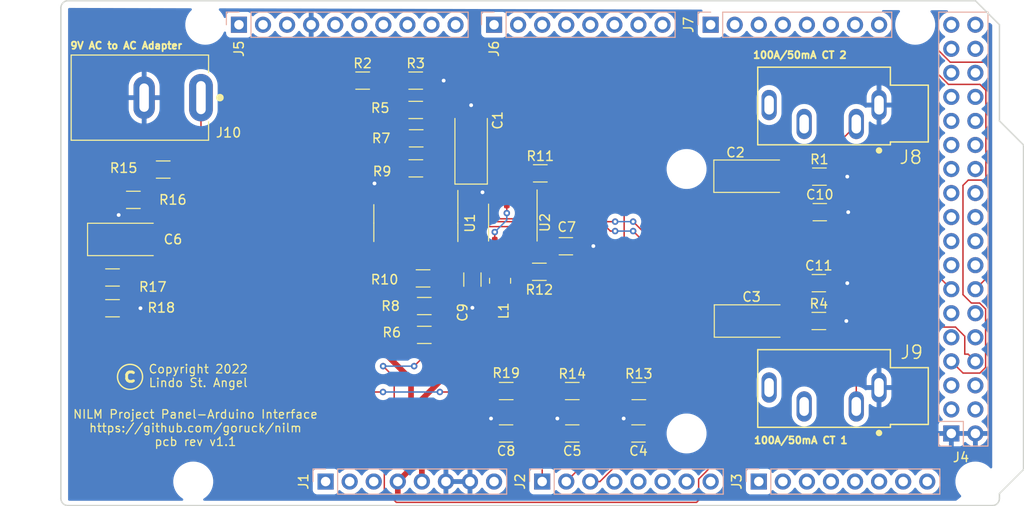
<source format=kicad_pcb>
(kicad_pcb (version 20221018) (generator pcbnew)
  (title_block (title "Panel to Arduino Interface") (date "2022-08-16") (rev "1.2") (company "Copyright 2022 Lindo St. Angel"))
  (layers (0 "F.Cu" signal) (31 "B.Cu" signal) (34 "B.Paste" user) (35 "F.Paste" user) (36 "B.SilkS" user "B.Silkscreen") (37 "F.SilkS" user "F.Silkscreen") (38 "B.Mask" user) (39 "F.Mask" user) (44 "Edge.Cuts" user))
  (net 0 "")
  (net 1 "GND")
  (net 2 "/*52")
  (net 3 "/53")
  (net 4 "/50")
  (net 5 "/51")
  (net 6 "/P2")
  (net 7 "/P1")
  (net 8 "/*46")
  (net 9 "/47")
  (net 10 "/*44")
  (net 11 "/*45")
  (net 12 "/42")
  (net 13 "/43")
  (net 14 "/40")
  (net 15 "/41")
  (net 16 "/38")
  (net 17 "/39")
  (net 18 "/36")
  (net 19 "/37")
  (net 20 "/34")
  (net 21 "/35")
  (net 22 "/32")
  (net 23 "/33")
  (net 24 "/30")
  (net 25 "/31")
  (net 26 "/28")
  (net 27 "/29")
  (net 28 "/26")
  (net 29 "/27")
  (net 30 "/24")
  (net 31 "/25")
  (net 32 "/22")
  (net 33 "/23")
  (net 34 "+5V")
  (net 35 "/IOREF")
  (net 36 "/A0")
  (net 37 "/A1")
  (net 38 "/A2")
  (net 39 "/A3")
  (net 40 "/A4")
  (net 41 "/A5")
  (net 42 "/A6")
  (net 43 "/A7")
  (net 44 "/A8")
  (net 45 "/A9")
  (net 46 "/A10")
  (net 47 "/A11")
  (net 48 "/A12")
  (net 49 "/A13")
  (net 50 "/A14")
  (net 51 "/A15")
  (net 52 "/AREF")
  (net 53 "/*13")
  (net 54 "/*12")
  (net 55 "/*11")
  (net 56 "/*10")
  (net 57 "/*9")
  (net 58 "/*8")
  (net 59 "/*7")
  (net 60 "/*6")
  (net 61 "/*5")
  (net 62 "/*4")
  (net 63 "/*3")
  (net 64 "/*2")
  (net 65 "/TX0{slash}1")
  (net 66 "/RX0{slash}0")
  (net 67 "+3V3")
  (net 68 "/TX3{slash}14")
  (net 69 "/RX3{slash}15")
  (net 70 "/TX2{slash}16")
  (net 71 "/RX2{slash}17")
  (net 72 "/TX1{slash}18")
  (net 73 "/RX1{slash}19")
  (net 74 "/SDA{slash}20")
  (net 75 "/SCL{slash}21")
  (net 76 "/VIN")
  (net 77 "Net-(C6-Pad1)")
  (net 78 "Net-(U2A-+)")
  (net 80 "Net-(U1E-VDD)")
  (net 81 "Net-(C2-Pad1)")
  (net 82 "Net-(C6-Pad2)")
  (net 83 "Net-(C3-Pad1)")
  (net 84 "/RESETB")
  (net 87 "/VAC")
  (net 88 "Net-(R5-Pad2)")
  (net 89 "Net-(R11-Pad2)")
  (net 90 "Net-(R6-Pad1)")
  (net 91 "Net-(R7-Pad2)")
  (net 92 "Net-(R10-Pad1)")
  (net 95 "Net-(U2A--)")
  (net 96 "Net-(U2B--)")
  (net 97 "Net-(R12-Pad2)")
  (net 98 "/48")
  (net 99 "/49")
  (footprint "Capacitor_SMD:C_1206_3216Metric_Pad1.33x1.80mm_HandSolder" (layer "F.Cu") (at 153.975 92.38 180)
    (fp_text reference "C5")
    (fp_text value "0.01uF")
  )
  (footprint "Capacitor_Tantalum_SMD:CP_EIA-6032-20_AVX-F_Pad2.25x2.35mm_HandSolder" (layer "F.Cu") (at 172.85 65.2)
    (fp_text reference "C2")
    (fp_text value "47uF")
  )
  (footprint "Capacitor_SMD:C_1206_3216Metric_Pad1.33x1.80mm_HandSolder" (layer "F.Cu") (at 153.3 72.6)
    (fp_text reference "C7")
    (fp_text value "0.1uF")
  )
  (footprint "Resistor_SMD:R_1206_3216Metric_Pad1.30x1.75mm_HandSolder" (layer "F.Cu") (at 150.5 75.3)
    (fp_text reference "R12")
    (fp_text value "475k")
  )
  (footprint "Resistor_SMD:R_1206_3216Metric_Pad1.30x1.75mm_HandSolder" (layer "F.Cu") (at 137.5 61.2 180)
    (fp_text reference "R7")
    (fp_text value "39.2k")
  )
  (footprint "Capacitor_Tantalum_SMD:CP_EIA-6032-20_AVX-F_Pad2.25x2.35mm_HandSolder" (layer "F.Cu") (at 172.9 80.5)
    (fp_text reference "C3")
    (fp_text value "47uF")
  )
  (footprint "Arduino_MountingHole:MountingHole_3.2mm" (layer "F.Cu") (at 196.52 97.46)
    (fp_text reference "MH6" hide)
    (fp_text value "MountingHole_3.2mm" hide)
  )
  (footprint "Package_SO:SOIC-14_3.9x8.7mm_P1.27mm" (layer "F.Cu") (at 137.465 70.155 -90)
    (fp_text reference "U1")
    (fp_text value "CD4066B")
  )
  (footprint "Resistor_SMD:R_1206_3216Metric_Pad1.30x1.75mm_HandSolder" (layer "F.Cu") (at 161 87.9)
    (fp_text reference "R13")
    (fp_text value "7.5k")
  )
  (footprint "Capacitor_SMD:C_1206_3216Metric_Pad1.33x1.80mm_HandSolder" (layer "F.Cu") (at 180 76.5)
    (fp_text reference "C11")
    (fp_text value "0.1uF")
  )
  (footprint "Capacitor_Tantalum_SMD:CP_EIA-6032-20_AVX-F_Pad2.25x2.35mm_HandSolder" (layer "F.Cu") (at 106.75 71.88)
    (fp_text reference "C6")
    (fp_text value "47uF")
  )
  (footprint "Inductor_SMD:L_1008_2520Metric_Pad1.43x2.20mm_HandSolder" (layer "F.Cu") (at 146.355 76.251 90)
    (fp_text reference "L1")
    (fp_text value "10uH")
  )
  (footprint "Resistor_SMD:R_1206_3216Metric_Pad1.30x1.75mm_HandSolder" (layer "F.Cu") (at 138.227 75.997)
    (fp_text reference "R10")
    (fp_text value "332k")
  )
  (footprint "Resistor_SMD:R_1206_3216Metric_Pad1.30x1.75mm_HandSolder" (layer "F.Cu") (at 153.975 87.9)
    (fp_text reference "R14")
    (fp_text value "7.5k")
  )
  (footprint "SJ1-3534N:CUI_SJ1-3534N" (layer "F.Cu") (at 186.35 57.6825 180)
    (fp_text reference "J8")
    (fp_text value "SJ1-3534N")
  )
  (footprint "Capacitor_SMD:C_1206_3216Metric_Pad1.33x1.80mm_HandSolder" (layer "F.Cu") (at 146.99 92.38 180)
    (fp_text reference "C8")
    (fp_text value "0.01uF")
  )
  (footprint "Capacitor_SMD:C_1206_3216Metric_Pad1.33x1.80mm_HandSolder" (layer "F.Cu") (at 180.1 69)
    (fp_text reference "C10")
    (fp_text value "0.1uF")
  )
  (footprint "Arduino_MountingHole:MountingHole_3.2mm" (layer "F.Cu") (at 115.24 49.2)
    (fp_text reference "MH1" hide)
    (fp_text value "MountingHole_3.2mm" hide)
  )
  (footprint "Package_SO:SOIC-8_3.9x4.9mm_P1.27mm" (layer "F.Cu") (at 147.7 70.1 -90)
    (fp_text reference "U2")
    (fp_text value "LMC6482")
  )
  (footprint "Resistor_SMD:R_1206_3216Metric_Pad1.30x1.75mm_HandSolder" (layer "F.Cu") (at 138.354 78.918)
    (fp_text reference "R8")
    (fp_text value "39.2k")
  )
  (footprint "Resistor_SMD:R_1206_3216Metric_Pad1.30x1.75mm_HandSolder" (layer "F.Cu") (at 131.85 55.1)
    (fp_text reference "R2")
    (fp_text value "1M")
  )
  (footprint "Resistor_SMD:R_1206_3216Metric_Pad1.30x1.75mm_HandSolder" (layer "F.Cu") (at 137.465 64.37)
    (fp_text reference "R9")
    (fp_text value "332k")
  )
  (footprint "Resistor_SMD:R_1206_3216Metric_Pad1.30x1.75mm_HandSolder" (layer "F.Cu") (at 110.8 64.5 180)
    (fp_text reference "R15")
    (fp_text value "7.5k")
  )
  (footprint "Resistor_SMD:R_1206_3216Metric_Pad1.30x1.75mm_HandSolder" (layer "F.Cu") (at 180.06 65.245)
    (fp_text reference "R1")
    (fp_text value "14")
  )
  (footprint "Resistor_SMD:R_1206_3216Metric_Pad1.30x1.75mm_HandSolder" (layer "F.Cu") (at 180 80.5)
    (fp_text reference "R4")
    (fp_text value "14")
  )
  (footprint "Resistor_SMD:R_1206_3216Metric_Pad1.30x1.75mm_HandSolder" (layer "F.Cu") (at 137.45 58.2 180)
    (fp_text reference "R5")
    (fp_text value "7.5k")
  )
  (footprint "Capacitor_Tantalum_SMD:CP_EIA-6032-20_AVX-F_Pad2.25x2.35mm_HandSolder" (layer "F.Cu") (at 143.3 62.1 90)
    (fp_text reference "C1")
    (fp_text value "10uF")
  )
  (footprint "Resistor_SMD:R_1206_3216Metric_Pad1.30x1.75mm_HandSolder" (layer "F.Cu") (at 107.65 67.7 180)
    (fp_text reference "R16")
    (fp_text value "523")
  )
  (footprint "Resistor_SMD:R_1206_3216Metric_Pad1.30x1.75mm_HandSolder" (layer "F.Cu") (at 147 87.9)
    (fp_text reference "R19")
    (fp_text value "7.5k")
  )
  (footprint "Resistor_SMD:R_1206_3216Metric_Pad1.30x1.75mm_HandSolder" (layer "F.Cu") (at 150.6 64.9)
    (fp_text reference "R11")
    (fp_text value "475k")
  )
  (footprint "Resistor_SMD:R_1206_3216Metric_Pad1.30x1.75mm_HandSolder" (layer "F.Cu") (at 105.45 79.15)
    (fp_text reference "R18")
    (fp_text value "7.5k")
  )
  (footprint "Resistor_SMD:R_1206_3216Metric_Pad1.30x1.75mm_HandSolder" (layer "F.Cu") (at 138.354 81.966)
    (fp_text reference "R6")
    (fp_text value "7.5k")
  )
  (footprint "Capacitor_SMD:C_1206_3216Metric_Pad1.33x1.80mm_HandSolder" (layer "F.Cu") (at 143.434 76.124 -90)
    (fp_text reference "C9")
    (fp_text value "0.1uF")
  )
  (footprint "PJ-037B:CUI_PJ-037B" (layer "F.Cu") (at 114.7875 56.9 180)
    (fp_text reference "J10")
    (fp_text value "PJ-037B")
  )
  (footprint "SJ1-3534N:CUI_SJ1-3534N" (layer "F.Cu") (at 186.35 87.5275 180)
    (fp_text reference "J9")
    (fp_text value "SJ1-3534N")
  )
  (footprint "Arduino_MountingHole:MountingHole_3.2mm" (layer "F.Cu") (at 113.97 97.46)
    (fp_text reference "MH2" hide)
    (fp_text value "MountingHole_3.2mm" hide)
  )
  (footprint "Resistor_SMD:R_1206_3216Metric_Pad1.30x1.75mm_HandSolder" (layer "F.Cu") (at 105.45 75.9 180)
    (fp_text reference "R17")
    (fp_text value "11.8k")
  )
  (footprint "Arduino_MountingHole:MountingHole_3.2mm" (layer "F.Cu") (at 166.04 64.44)
    (fp_text reference "MH3" hide)
    (fp_text value "MountingHole_3.2mm" hide)
  )
  (footprint "Arduino_MountingHole:MountingHole_3.2mm" (layer "F.Cu") (at 166.04 92.38)
    (fp_text reference "MH4" hide)
    (fp_text value "MountingHole_3.2mm" hide)
  )
  (footprint "Capacitor_SMD:C_1206_3216Metric_Pad1.33x1.80mm_HandSolder" (layer "F.Cu") (at 160.96 92.38 180)
    (fp_text reference "C4")
    (fp_text value "0.01uF")
  )
  (footprint "Resistor_SMD:R_1206_3216Metric_Pad1.30x1.75mm_HandSolder" (layer "F.Cu") (at 137.45 55.1)
    (fp_text reference "R3")
    (fp_text value "634k")
  )
  (footprint "Arduino_MountingHole:MountingHole_3.2mm" (layer "F.Cu") (at 190.17 49.2)
    (fp_text reference "MH5" hide)
    (fp_text value "MountingHole_3.2mm" hide)
  )
  (footprint "Connector_PinHeader_2.54mm:PinHeader_2x18_P2.54mm_Vertical" (layer "B.Cu") (at 193.98 92.38)
    (fp_text reference "J4")
    (fp_text value "Digital")
  )
  (footprint "Connector_PinHeader_2.54mm:PinHeader_1x08_P2.54mm_Vertical" (layer "B.Cu") (at 127.94 97.46 -90)
    (fp_text reference "J1")
    (fp_text value "Power")
  )
  (footprint "Connector_PinHeader_2.54mm:PinHeader_1x08_P2.54mm_Vertical" (layer "B.Cu") (at 150.8 97.46 -90)
    (fp_text reference "J2")
    (fp_text value "Analog")
  )
  (footprint "Connector_PinHeader_2.54mm:PinHeader_1x08_P2.54mm_Vertical" (layer "B.Cu") (at 173.66 97.46 -90)
    (fp_text reference "J3")
    (fp_text value "type=\"I\" model=\"Analog\" lib=\"\"")
  )
  (footprint "Connector_PinHeader_2.54mm:PinHeader_1x10_P2.54mm_Vertical" (layer "B.Cu") (at 118.796 49.2 -90)
    (fp_text reference "J5")
    (fp_text value "PWM")
  )
  (footprint "Connector_PinHeader_2.54mm:PinHeader_1x08_P2.54mm_Vertical" (layer "B.Cu") (at 145.72 49.2 -90)
    (fp_text reference "J6")
    (fp_text value "PWM")
  )
  (footprint "Connector_PinHeader_2.54mm:PinHeader_1x08_P2.54mm_Vertical" (layer "B.Cu") (at 168.58 49.2 -90)
    (fp_text reference "J7")
    (fp_text value "Communication")
  )
  (gr_circle (center 107.3 86.4) (end 108.623353 86.4) (stroke (width 0.15)) (fill none) (layer "F.SilkS"))
  (gr_line (start 199.06 59.36) (end 201.6 61.9) (stroke (width 0.15)) (layer "Edge.Cuts"))
  (gr_line (start 100 99.238) (end 100 47.422) (stroke (width 0.15)) (layer "Edge.Cuts"))
  (gr_line (start 201.6 61.9) (end 201.6 96.19) (stroke (width 0.15)) (layer "Edge.Cuts"))
  (gr_line (start 198.298 100) (end 100.762 100) (stroke (width 0.15)) (layer "Edge.Cuts"))
  (gr_line (start 100.762 46.66) (end 196.52 46.66) (stroke (width 0.15)) (layer "Edge.Cuts"))
  (gr_arc (start 100.762 100) (mid 100.223185 99.776815) (end 100 99.238) (stroke (width 0.15)) (layer "Edge.Cuts"))
  (gr_line (start 201.6 96.19) (end 199.06 98.73) (stroke (width 0.15)) (layer "Edge.Cuts"))
  (gr_line (start 196.52 46.66) (end 199.06 49.2) (stroke (width 0.15)) (layer "Edge.Cuts"))
  (gr_arc (start 199.06 99.238) (mid 198.836815 99.776815) (end 198.298 100) (stroke (width 0.15)) (layer "Edge.Cuts"))
  (gr_line (start 199.06 49.2) (end 199.06 59.36) (stroke (width 0.15)) (layer "Edge.Cuts"))
  (gr_line (start 199.06 98.73) (end 199.06 99.238) (stroke (width 0.15)) (layer "Edge.Cuts"))
  (gr_arc (start 100 47.422) (mid 100.223185 46.883185) (end 100.762 46.66) (stroke (width 0.15)) (layer "Edge.Cuts"))
  (gr_text "100A/50mA CT 1" (at 178.1 93.1) (layer "F.SilkS") (effects (font (size 0.75 0.75) (thickness 0.1875))))
  (gr_text "c" (at 107.3 86.2) (layer "F.SilkS") (effects (font (size 1.5 1.5) (thickness 0.3))))
  (gr_text "100A/50mA CT 2" (at 178 52.4) (layer "F.SilkS") (effects (font (size 0.75 0.75) (thickness 0.1875))))
  (gr_text "Copyright 2022\nLindo St. Angel" (at 114.5 86.3) (layer "F.SilkS") (effects (font (size 0.9 0.9) (thickness 0.125))))
  (gr_text "NILM Project Panel-Arduino Interface\nhttps://github.com/goruck/nilm\npcb rev v1.1" (at 114.2 91.8) (layer "F.SilkS") (effects (font (size 0.9 0.9) (thickness 0.125))))
  (gr_text "9V AC to AC Adapter" (at 106.9 51.4) (layer "F.SilkS") (effects (font (size 0.75 0.75) (thickness 0.1875))))
  (segment (start 144.5 66.9) (end 145.07 66.9) (width 0.6) (layer "F.Cu") (net 1))
  (segment (start 145.07 66.9) (end 145.795 67.625) (width 0.6) (layer "F.Cu") (net 1))
  (segment (start 143.3 57.8) (end 143.3 59.55) (width 0.6) (layer "F.Cu") (net 1))
  (segment (start 145.4 90.8) (end 145.4 92.3525) (width 0.6) (layer "F.Cu") (net 1))
  (segment (start 152.4 90.8) (end 152.4 92.3675) (width 0.6) (layer "F.Cu") (net 1))
  (segment (start 143.434 77.6865) (end 143.434 79.1) (width 0.6) (layer "F.Cu") (net 1))
  (segment (start 181.6625 69) (end 183.1 69) (width 0.6) (layer "F.Cu") (net 1))
  (segment (start 181.61 65.245) (end 182.9 65.245) (width 0.6) (layer "F.Cu") (net 1))
  (segment (start 139 55.1) (end 140.3 55.1) (width 0.6) (layer "F.Cu") (net 1))
  (segment (start 181.5625 76.5) (end 183 76.5) (width 0.6) (layer "F.Cu") (net 1))
  (segment (start 154.8625 72.6) (end 156.182 72.6) (width 0.6) (layer "F.Cu") (net 1))
  (segment (start 156.182 72.6) (end 156.2 72.582) (width 0.1524) (layer "F.Cu") (net 1))
  (segment (start 133.1 65.964) (end 133.1 67.125) (width 0.6) (layer "F.Cu") (net 1))
  (segment (start 107 79.15) (end 108.3 79.15) (width 0.6) (layer "F.Cu") (net 1))
  (segment (start 133.1 67.125) (end 133.655 67.68) (width 0.6) (layer "F.Cu") (net 1))
  (segment (start 182.9 80.5) (end 181.55 80.5) (width 0.6) (layer "F.Cu") (net 1))
  (segment (start 106.1 67.7) (end 106.1 69.2) (width 0.6) (layer "F.Cu") (net 1))
  (segment (start 159.4 90.8) (end 159.4 92.3775) (width 0.6) (layer "F.Cu") (net 1))
  (via (at 152.4 90.8) (size 0.8) (drill 0.4) (layers "F.Cu" "B.Cu") (net 1))
  (via (at 144.5 66.9) (size 0.8) (drill 0.4) (layers "F.Cu" "B.Cu") (net 1))
  (via (at 143.3 57.7) (size 0.8) (drill 0.4) (layers "F.Cu" "B.Cu") (net 1))
  (via (at 106.1 69.3) (size 0.8) (drill 0.4) (layers "F.Cu" "B.Cu") (net 1))
  (via (at 108.4 79.15) (size 0.8) (drill 0.4) (layers "F.Cu" "B.Cu") (net 1))
  (via (at 156.2 72.582) (size 0.8) (drill 0.4) (layers "F.Cu" "B.Cu") (net 1))
  (via (at 133.1 65.964) (size 0.8) (drill 0.4) (layers "F.Cu" "B.Cu") (net 1))
  (via (at 145.4 90.8) (size 0.8) (drill 0.4) (layers "F.Cu" "B.Cu") (net 1))
  (via (at 183.1 69) (size 0.8) (drill 0.4) (layers "F.Cu" "B.Cu") (net 1))
  (via (at 140.4 55.1) (size 0.8) (drill 0.4) (layers "F.Cu" "B.Cu") (net 1))
  (via (at 183 76.5) (size 0.8) (drill 0.4) (layers "F.Cu" "B.Cu") (net 1))
  (via (at 183 65.245) (size 0.8) (drill 0.4) (layers "F.Cu" "B.Cu") (net 1))
  (via (at 159.4 90.8) (size 0.8) (drill 0.4) (layers "F.Cu" "B.Cu") (net 1))
  (via (at 182.9 80.5) (size 0.8) (drill 0.4) (layers "F.Cu" "B.Cu") (net 1))
  (via (at 143.434 79.1) (size 0.8) (drill 0.4) (layers "F.Cu" "B.Cu") (net 1))
  (segment (start 175.4 65.2) (end 178.465 65.2) (width 0.1524) (layer "F.Cu") (net 6))
  (segment (start 183.95 59.805) (end 178.51 65.245) (width 0.1524) (layer "F.Cu") (net 6))
  (segment (start 178.51 65.245) (end 178.51 68.9725) (width 0.1524) (layer "F.Cu") (net 6))
  (segment (start 183.95 86) (end 183.95 89.5275) (width 0.1524) (layer "F.Cu") (net 7))
  (segment (start 175.45 80.5) (end 178.45 80.5) (width 0.1524) (layer "F.Cu") (net 7))
  (segment (start 178.45 80.5) (end 183.95 86) (width 0.1524) (layer "F.Cu") (net 7))
  (segment (start 178.4375 76.5) (end 178.4375 80.4875) (width 0.1524) (layer "F.Cu") (net 7))
  (segment (start 138.735 71.065) (end 139.7952 70.0048) (width 0.1524) (layer "F.Cu") (net 12))
  (segment (start 160.4 70) (end 162.4 72) (width 0.1524) (layer "F.Cu") (net 12))
  (segment (start 139.7952 70.0048) (end 158.6952 70.0048) (width 0.1524) (layer "F.Cu") (net 12))
  (segment (start 162.4 72) (end 188.84 72) (width 0.1524) (layer "F.Cu") (net 12))
  (segment (start 138.735 72.63) (end 138.735 71.065) (width 0.1524) (layer "F.Cu") (net 12))
  (segment (start 188.84 72) (end 193.98 77.14) (width 0.1524) (layer "F.Cu") (net 12))
  (via (at 158.5 70) (size 0.6858) (drill 0.3302) (layers "F.Cu" "B.Cu") (net 12))
  (via (at 160.4 70) (size 0.6858) (drill 0.3302) (layers "F.Cu" "B.Cu") (net 12))
  (segment (start 158.8 70) (end 160.4 70) (width 0.1524) (layer "B.Cu") (net 12))
  (segment (start 131.4262 63.7738) (end 133.035024 63.7738) (width 0.1524) (layer "F.Cu") (net 13))
  (segment (start 132.6 51.1) (end 188.1 51.1) (width 0.1524) (layer "F.Cu") (net 13))
  (segment (start 198.044 75.616) (end 196.52 77.14) (width 0.1524) (layer "F.Cu") (net 13))
  (segment (start 192.409829 51.6952) (end 193.870629 53.156) (width 0.1524) (layer "F.Cu") (net 13))
  (segment (start 134.2265 64.965276) (end 134.2265 66.9815) (width 0.1524) (layer "F.Cu") (net 13))
  (segment (start 198.044 53.156) (end 198.044 75.616) (width 0.1524) (layer "F.Cu") (net 13))
  (segment (start 132.6 51.1) (end 131.4262 52.2738) (width 0.1524) (layer "F.Cu") (net 13))
  (segment (start 134.2265 66.9815) (end 134.925 67.68) (width 0.1524) (layer "F.Cu") (net 13))
  (segment (start 133.035024 63.7738) (end 134.2265 64.965276) (width 0.1524) (layer "F.Cu") (net 13))
  (segment (start 188.1 51.1) (end 188.6952 51.6952) (width 0.1524) (layer "F.Cu") (net 13))
  (segment (start 188.6952 51.6952) (end 192.409829 51.6952) (width 0.1524) (layer "F.Cu") (net 13))
  (segment (start 131.4262 52.2738) (end 131.4262 63.7738) (width 0.1524) (layer "F.Cu") (net 13))
  (segment (start 193.870629 53.156) (end 198.044 53.156) (width 0.1524) (layer "F.Cu") (net 13))
  (segment (start 138.1 88.775134) (end 146.355 80.520134) (width 0.6) (layer "F.Cu") (net 34))
  (segment (start 146.355 80.520134) (end 146.355 77.4135) (width 0.6) (layer "F.Cu") (net 34))
  (segment (start 138.1 97.46) (end 138.1 88.775134) (width 0.6) (layer "F.Cu") (net 34))
  (segment (start 150.8 94.6275) (end 150.8 97.46) (width 0.1524) (layer "F.Cu") (net 36))
  (segment (start 148.5525 92.38) (end 150.8 94.6275) (width 0.1524) (layer "F.Cu") (net 36))
  (segment (start 148.55 87.9) (end 148.55 92.3775) (width 0.1524) (layer "F.Cu") (net 36))
  (segment (start 155.525 87.9) (end 155.525 92.3675) (width 0.1524) (layer "F.Cu") (net 37))
  (segment (start 155.5375 92.38) (end 155.5375 95.2625) (width 0.1524) (layer "F.Cu") (net 37))
  (segment (start 155.5375 95.2625) (end 153.34 97.46) (width 0.1524) (layer "F.Cu") (net 37))
  (segment (start 156.894629 97.46) (end 155.88 97.46) (width 0.1524) (layer "F.Cu") (net 38))
  (segment (start 162.55 87.9) (end 162.55 92.3525) (width 0.1524) (layer "F.Cu") (net 38))
  (segment (start 161.974629 92.38) (end 156.894629 97.46) (width 0.1524) (layer "F.Cu") (net 38))
  (segment (start 130.596 80.304) (end 126.192 75.9) (width 0.6) (layer "F.Cu") (net 67))
  (segment (start 147.2685 99.1315) (end 148.2 98.2) (width 0.6) (layer "F.Cu") (net 67))
  (segment (start 107 75.9) (end 126.192 75.9) (width 0.6) (layer "F.Cu") (net 67))
  (segment (start 154.2 89.4) (end 154.2 74.8) (width 0.6) (layer "F.Cu") (net 67))
  (segment (start 148.2 96) (end 147 94.8) (width 0.6) (layer "F.Cu") (net 67))
  (segment (start 149.605 72.575) (end 151.7125 72.575) (width 0.6) (layer "F.Cu") (net 67))
  (segment (start 154.2 74.8) (end 152 72.6) (width 0.6) (layer "F.Cu") (net 67))
  (segment (start 147.2 85.9) (end 149.8 85.9) (width 0.6) (layer "F.Cu") (net 67))
  (segment (start 130.3 55.1) (end 130.3 80.008) (width 0.6) (layer "F.Cu") (net 67))
  (segment (start 147 94.8) (end 147 86.1) (width 0.6) (layer "F.Cu") (net 67))
  (segment (start 147 86.1) (end 147.2 85.9) (width 0.6) (layer "F.Cu") (net 67))
  (segment (start 135.56 97.46) (end 135.56 98.86) (width 0.6) (layer "F.Cu") (net 67))
  (segment (start 130.3 80.008) (end 130.596 80.304) (width 0.6) (layer "F.Cu") (net 67))
  (segment (start 135.8315 99.1315) (end 147.2685 99.1315) (width 0.6) (layer "F.Cu") (net 67))
  (segment (start 136.957 96.063) (end 135.56 97.46) (width 0.6) (layer "F.Cu") (net 67))
  (segment (start 151.1 89.7) (end 153.9 89.7) (width 0.6) (layer "F.Cu") (net 67))
  (segment (start 148.2 98.2) (end 148.2 96) (width 0.6) (layer "F.Cu") (net 67))
  (segment (start 135.56 98.86) (end 135.8315 99.1315) (width 0.6) (layer "F.Cu") (net 67))
  (segment (start 153.9 89.7) (end 154.2 89.4) (width 0.6) (layer "F.Cu") (net 67))
  (segment (start 150.7 89.3) (end 151.1 89.7) (width 0.6) (layer "F.Cu") (net 67))
  (segment (start 136.957 86.665) (end 130.596 80.304) (width 0.6) (layer "F.Cu") (net 67))
  (segment (start 150.7 86.8) (end 150.7 89.3) (width 0.6) (layer "F.Cu") (net 67))
  (segment (start 149.8 85.9) (end 150.7 86.8) (width 0.6) (layer "F.Cu") (net 67))
  (segment (start 136.957 86.665) (end 136.957 96.063) (width 0.6) (layer "F.Cu") (net 67))
  (segment (start 140 88) (end 145.35 88) (width 0.1524) (layer "F.Cu") (net 77))
  (segment (start 112.75 88) (end 134 88) (width 0.1524) (layer "F.Cu") (net 77))
  (segment (start 103.9 75.9) (end 103.9 79.15) (width 0.1524) (layer "F.Cu") (net 77))
  (segment (start 103.9 79.15) (end 112.75 88) (width 0.1524) (layer "F.Cu") (net 77))
  (segment (start 104.2 71.88) (end 104.2 75.6) (width 0.1524) (layer "F.Cu") (net 77))
  (via (at 140 88) (size 0.6858) (drill 0.3302) (layers "F.Cu" "B.Cu") (net 77))
  (via (at 134 88) (size 0.6858) (drill 0.3302) (layers "F.Cu" "B.Cu") (net 77))
  (segment (start 140 88) (end 134 88) (width 0.1524) (layer "B.Cu") (net 77))
  (segment (start 138.5964 60.0964) (end 139.6964 60.0964) (width 0.1524) (layer "F.Cu") (net 78))
  (segment (start 147.065 69.1) (end 147.065 67.625) (width 0.1524) (layer "F.Cu") (net 78))
  (segment (start 133.4 55.1) (end 135.9 55.1) (width 0.1524) (layer "F.Cu") (net 78))
  (segment (start 146.15 64.65) (end 147.065 65.565) (width 0.1524) (layer "F.Cu") (net 78))
  (segment (start 139.6964 60.0964) (end 143.3 63.7) (width 0.1524) (layer "F.Cu") (net 78))
  (segment (start 147.065 65.565) (end 147.065 67.625) (width 0.1524) (layer "F.Cu") (net 78))
  (segment (start 137.4 58.9) (end 137.4 56.5) (width 0.1524) (layer "F.Cu") (net 78))
  (segment (start 145.795 72.575) (end 145.795 71.205) (width 0.1524) (layer "F.Cu") (net 78))
  (segment (start 143.3 64.65) (end 146.15 64.65) (width 0.1524) (layer "F.Cu") (net 78))
  (segment (start 137.4 56.5) (end 136 55.1) (width 0.1524) (layer "F.Cu") (net 78))
  (segment (start 137.4 58.9) (end 138.5964 60.0964) (width 0.1524) (layer "F.Cu") (net 78))
  (via (at 147.065 69.1) (size 0.6858) (drill 0.3302) (layers "F.Cu" "B.Cu") (net 78))
  (via (at 145.795 71.1) (size 0.6858) (drill 0.3302) (layers "F.Cu" "B.Cu") (net 78))
  (segment (start 147.065 69.1) (end 147.065 69.83) (width 0.1524) (layer "B.Cu") (net 78))
  (segment (start 147.065 69.83) (end 145.795 71.1) (width 0.1524) (layer "B.Cu") (net 78))
  (segment (start 141.275 72.63) (end 141.5025 72.63) (width 0.1524) (layer "F.Cu") (net 80))
  (segment (start 141.5025 72.63) (end 143.434 74.5615) (width 0.6) (layer "F.Cu") (net 80))
  (segment (start 143.434 74.5615) (end 145.828 74.5615) (width 0.6) (layer "F.Cu") (net 80))
  (segment (start 166.5 61.4) (end 170.3 65.2) (width 0.1524) (layer "F.Cu") (net 81))
  (segment (start 139 58.2) (end 142.2 61.4) (width 0.1524) (layer "F.Cu") (net 81))
  (segment (start 142.2 61.4) (end 166.5 61.4) (width 0.1524) (layer "F.Cu") (net 81))
  (segment (start 109.2 67.7) (end 109.2 71.78) (width 0.1524) (layer "F.Cu") (net 82))
  (segment (start 109.25 64.5) (end 109.25 67.65) (width 0.1524) (layer "F.Cu") (net 82))
  (segment (start 138.2738 83.5962) (end 138.2738 84.2814) (width 0.1524) (layer "F.Cu") (net 83))
  (segment (start 168.133229 96.366771) (end 169.7 94.8) (width 0.1524) (layer "F.Cu") (net 83))
  (segment (start 168.133229 96.3814) (end 167.31 97.204629) (width 0.1524) (layer "F.Cu") (net 83))
  (segment (start 134.0106 85.268) (end 135.179 86.4364) (width 0.1524) (layer "F.Cu") (net 83))
  (segment (start 167.091 99.6602) (end 135.406908 99.6602) (width 0.1524) (layer "F.Cu") (net 83))
  (segment (start 134.1376 98.390892) (end 134.1376 93.3624) (width 0.1524) (layer "F.Cu") (net 83))
  (segment (start 167.31 99.4412) (end 167.091 99.6602) (width 0.1524) (layer "F.Cu") (net 83))
  (segment (start 135.406908 99.6602) (end 134.1376 98.390892) (width 0.1524) (layer "F.Cu") (net 83))
  (segment (start 139.904 81.966) (end 138.2738 83.5962) (width 0.1524) (layer "F.Cu") (net 83))
  (segment (start 135.179 86.4364) (end 135.179 92.321) (width 0.1524) (layer "F.Cu") (net 83))
  (segment (start 135.179 92.321) (end 134.1376 93.3624) (width 0.1524) (layer "F.Cu") (net 83))
  (segment (start 167.31 97.204629) (end 167.31 99.4412) (width 0.1524) (layer "F.Cu") (net 83))
  (segment (start 169.7 81.15) (end 169.7 94.8) (width 0.1524) (layer "F.Cu") (net 83))
  (segment (start 168.133229 96.3814) (end 168.133229 96.366771) (width 0.1524) (layer "F.Cu") (net 83))
  (segment (start 138.2738 84.2814) (end 137.2872 85.268) (width 0.1524) (layer "F.Cu") (net 83))
  (via (at 134.0106 85.268) (size 0.6858) (drill 0.3302) (layers "F.Cu" "B.Cu") (net 83))
  (via (at 137.2872 85.268) (size 0.6858) (drill 0.3302) (layers "F.Cu" "B.Cu") (net 83))
  (segment (start 137.2872 85.268) (end 134.0106 85.268) (width 0.1524) (layer "B.Cu") (net 83))
  (segment (start 114.7875 56.9) (end 114.7875 62.0625) (width 0.1524) (layer "F.Cu") (net 87))
  (segment (start 114.7875 62.0625) (end 112.35 64.5) (width 0.1524) (layer "F.Cu") (net 87))
  (segment (start 137.465 64.218157) (end 137.465 67.68) (width 0.1524) (layer "F.Cu") (net 88))
  (segment (start 137.465 64.218157) (end 139.05 62.633157) (width 0.1524) (layer "F.Cu") (net 88))
  (segment (start 135.9 58.2) (end 138.9 61.2) (width 0.1524) (layer "F.Cu") (net 88))
  (segment (start 139.05 62.633157) (end 139.05 61.2) (width 0.1524) (layer "F.Cu") (net 88))
  (segment (start 152.15 65.08) (end 149.605 67.625) (width 0.1524) (layer "F.Cu") (net 89))
  (segment (start 158.7 64.9) (end 152.15 64.9) (width 0.1524) (layer "F.Cu") (net 89))
  (segment (start 159.45 65.65) (end 158.7 64.9) (width 0.1524) (layer "F.Cu") (net 89))
  (segment (start 159.45 87.9) (end 159.45 65.65) (width 0.1524) (layer "F.Cu") (net 89))
  (segment (start 137.046557 80.8624) (end 137.046557 81.723443) (width 0.1524) (layer "F.Cu") (net 90))
  (segment (start 133.655 77.470843) (end 137.046557 80.8624) (width 0.1524) (layer "F.Cu") (net 90))
  (segment (start 139.852 78.918) (end 136.804 81.966) (width 0.1524) (layer "F.Cu") (net 90))
  (segment (start 133.655 72.63) (end 133.655 77.470843) (width 0.1524) (layer "F.Cu") (net 90))
  (segment (start 135.95 61.2) (end 135.95 64.335) (width 0.1524) (layer "F.Cu") (net 91))
  (segment (start 137.794579 69.52) (end 139.675421 69.52) (width 0.1524) (layer "F.Cu") (net 91))
  (segment (start 139.675421 69.52) (end 141.275 67.920421) (width 0.1524) (layer "F.Cu") (net 91))
  (segment (start 136.9364 68.661821) (end 137.794579 69.52) (width 0.1524) (layer "F.Cu") (net 91))
  (segment (start 136.9364 65.3914) (end 135.915 64.37) (width 0.1524) (layer "F.Cu") (net 91))
  (segment (start 136.9364 68.661821) (end 136.9364 65.3914) (width 0.1524) (layer "F.Cu") (net 91))
  (segment (start 137.465 72.63) (end 137.465 75.209) (width 0.1524) (layer "F.Cu") (net 92))
  (segment (start 137.465 75.209) (end 136.677 75.997) (width 0.1524) (layer "F.Cu") (net 92))
  (segment (start 136.804 76.124) (end 136.804 78.918) (width 0.1524) (layer "F.Cu") (net 92))
  (segment (start 148.335 69.265) (end 148.335 67.625) (width 0.1524) (layer "F.Cu") (net 95))
  (segment (start 149.05 64.9) (end 148.335 65.615) (width 0.1524) (layer "F.Cu") (net 95))
  (segment (start 140.968179 66.4764) (end 142.9764 66.4764) (width 0.1524) (layer "F.Cu") (net 95))
  (segment (start 140.005 65.36) (end 140.005 67.68) (width 0.1524) (layer "F.Cu") (net 95))
  (segment (start 138.735 67.68) (end 140.005 67.68) (width 0.1524) (layer "F.Cu") (net 95))
  (segment (start 146.2 69.7) (end 147.9 69.7) (width 0.1524) (layer "F.Cu") (net 95))
  (segment (start 148.335 65.615) (end 148.335 67.625) (width 0.1524) (layer "F.Cu") (net 95))
  (segment (start 142.9764 66.4764) (end 146.2 69.7) (width 0.1524) (layer "F.Cu") (net 95))
  (segment (start 140.005 67.439579) (end 140.968179 66.4764) (width 0.1524) (layer "F.Cu") (net 95))
  (segment (start 139.015 64.37) (end 140.005 65.36) (width 0.1524) (layer "F.Cu") (net 95))
  (segment (start 147.9 69.7) (end 148.335 69.265) (width 0.1524) (layer "F.Cu") (net 95))
  (segment (start 137.771821 71.4264) (end 137.9936 71.648179) (width 0.1524) (layer "F.Cu") (net 96))
  (segment (start 137.9936 71.648179) (end 137.9936 74.2136) (width 0.1524) (layer "F.Cu") (net 96))
  (segment (start 148.2204 76.0296) (end 148.95 75.3) (width 0.1524) (layer "F.Cu") (net 96))
  (segment (start 139.8096 76.0296) (end 148.2204 76.0296) (width 0.1524) (layer "F.Cu") (net 96))
  (segment (start 137.158179 71.4264) (end 137.771821 71.4264) (width 0.1524) (layer "F.Cu") (net 96))
  (segment (start 136.195 72.63) (end 134.925 72.63) (width 0.1524) (layer "F.Cu") (net 96))
  (segment (start 136.195 72.389579) (end 137.158179 71.4264) (width 0.1524) (layer "F.Cu") (net 96))
  (segment (start 148.95 75.3) (end 147.065 73.415) (width 0.1524) (layer "F.Cu") (net 96))
  (segment (start 137.9936 74.2136) (end 139.777 75.997) (width 0.1524) (layer "F.Cu") (net 96))
  (segment (start 152.05 75.3) (end 150.7762 74.0262) (width 0.1524) (layer "F.Cu") (net 97))
  (segment (start 150.7762 74.0262) (end 149.195619 74.0262) (width 0.1524) (layer "F.Cu") (net 97))
  (segment (start 152.425 87.9) (end 152.425 86.575) (width 0.1524) (layer "F.Cu") (net 97))
  (segment (start 149.195619 74.0262) (end 148.335 73.165581) (width 0.1524) (layer "F.Cu") (net 97))
  (segment (start 153.62 76.5) (end 152.42 75.3) (width 0.1524) (layer "F.Cu") (net 97))
  (segment (start 153.62 85.38) (end 153.62 76.5) (width 0.1524) (layer "F.Cu") (net 97))
  (segment (start 152.425 86.575) (end 153.62 85.38) (width 0.1524) (layer "F.Cu") (net 97))
  (segment (start 195.22 86) (end 193.98 84.76) (width 0.1524) (layer "F.Cu") (net 98))
  (segment (start 195.771399 65.611238) (end 195.211318 66.171319) (width 0.1524) (layer "F.Cu") (net 98))
  (segment (start 197.629638 65.370362) (end 197.388762 65.611238) (width 0.1524) (layer "F.Cu") (net 98))
  (segment (start 197.5986 85.4014) (end 197 86) (width 0.1524) (layer "F.Cu") (net 98))
  (segment (start 193.674629 55.5) (end 197 55.5) (width 0.1524) (layer "F.Cu") (net 98))
  (segment (start 196.1014 78.6014) (end 196.966771 78.6014) (width 0.1524) (layer "F.Cu") (net 98))
  (segment (start 196.966771 78.6014) (end 197.5986 79.233229) (width 0.1524) (layer "F.Cu") (net 98))
  (segment (start 132.3 52.2) (end 132.5 52) (width 0.1524) (layer "F.Cu") (net 98))
  (segment (start 134.6 65.844579) (end 134.6 57.7) (width 0.1524) (layer "F.Cu") (net 98))
  (segment (start 134.6 57.7) (end 133.4 56.5) (width 0.1524) (layer "F.Cu") (net 98))
  (segment (start 132.3 56.5) (end 132.3 52.2) (width 0.1524) (layer "F.Cu") (net 98))
  (segment (start 190.174629 52) (end 193.674629 55.5) (width 0.1524) (layer "F.Cu") (net 98))
  (segment (start 197.629638 56.129638) (end 197.629638 65.370362) (width 0.1524) (layer "F.Cu") (net 98))
  (segment (start 195.211318 77.711318) (end 196.1014 78.6014) (width 0.1524) (layer "F.Cu") (net 98))
  (segment (start 197.388762 65.611238) (end 195.771399 65.611238) (width 0.1524) (layer "F.Cu") (net 98))
  (segment (start 133.4 56.5) (end 132.3 56.5) (width 0.1524) (layer "F.Cu") (net 98))
  (segment (start 197 55.5) (end 197.629638 56.129638) (width 0.1524) (layer "F.Cu") (net 98))
  (segment (start 197.5986 79.233229) (end 197.5986 85.4014) (width 0.1524) (layer "F.Cu") (net 98))
  (segment (start 195.211318 66.171319) (end 195.211318 77.711318) (width 0.1524) (layer "F.Cu") (net 98))
  (segment (start 132.5 52) (end 190.174629 52) (width 0.1524) (layer "F.Cu") (net 98))
  (segment (start 136.195 67.439579) (end 134.6 65.844579) (width 0.1524) (layer "F.Cu") (net 98))
  (segment (start 197 86) (end 195.22 86) (width 0.1524) (layer "F.Cu") (net 98))
  (segment (start 193.0414 81.1414) (end 187.2714 75.3714) (width 0.1524) (layer "F.Cu") (net 99))
  (segment (start 195.4 84) (end 195.4 82.114629) (width 0.1524) (layer "F.Cu") (net 99))
  (segment (start 195.4 82.114629) (end 194.426771 81.1414) (width 0.1524) (layer "F.Cu") (net 99))
  (segment (start 196.52 84.76) (end 195.76 84) (width 0.1524) (layer "F.Cu") (net 99))
  (segment (start 187.2714 75.3714) (end 164.7714 75.3714) (width 0.1524) (layer "F.Cu") (net 99))
  (segment (start 140 72.384579) (end 141.856079 70.5285) (width 0.1524) (layer "F.Cu") (net 99))
  (segment (start 195.76 84) (end 195.4 84) (width 0.1524) (layer "F.Cu") (net 99))
  (segment (start 164.7714 75.3714) (end 160.4 71) (width 0.1524) (layer "F.Cu") (net 99))
  (segment (start 194.426771 81.1414) (end 193.0414 81.1414) (width 0.1524) (layer "F.Cu") (net 99))
  (segment (start 157.5285 70.5285) (end 158 71) (width 0.1524) (layer "F.Cu") (net 99))
  (segment (start 141.856079 70.5285) (end 157.5285 70.5285) (width 0.1524) (layer "F.Cu") (net 99))
  (segment (start 158 71) (end 158.5 71) (width 0.1524) (layer "F.Cu") (net 99))
  (via (at 160.4 71) (size 0.6858) (drill 0.3302) (layers "F.Cu" "B.Cu") (net 99))
  (via (at 158.5 71) (size 0.6858) (drill 0.3302) (layers "F.Cu" "B.Cu") (net 99))
  (segment (start 158.5 71) (end 160.4 71) (width 0.1524) (layer "B.Cu") (net 99))
  (zone (net 1) (net_name "GND") (layer "B.Cu") (connect_pads (clearance 0.508)) (min_thickness 0.254) (fill yes (thermal_gap 0.508) (thermal_bridge_width 0.508))
    (polygon (pts (xy 196.52 47.676) (xy 198.298 49.2) (xy 198.298 96.444) (xy 194.488 99.492) (xy 100.762 99.492) (xy 100.762 47.422)))
  )
)
</source>
